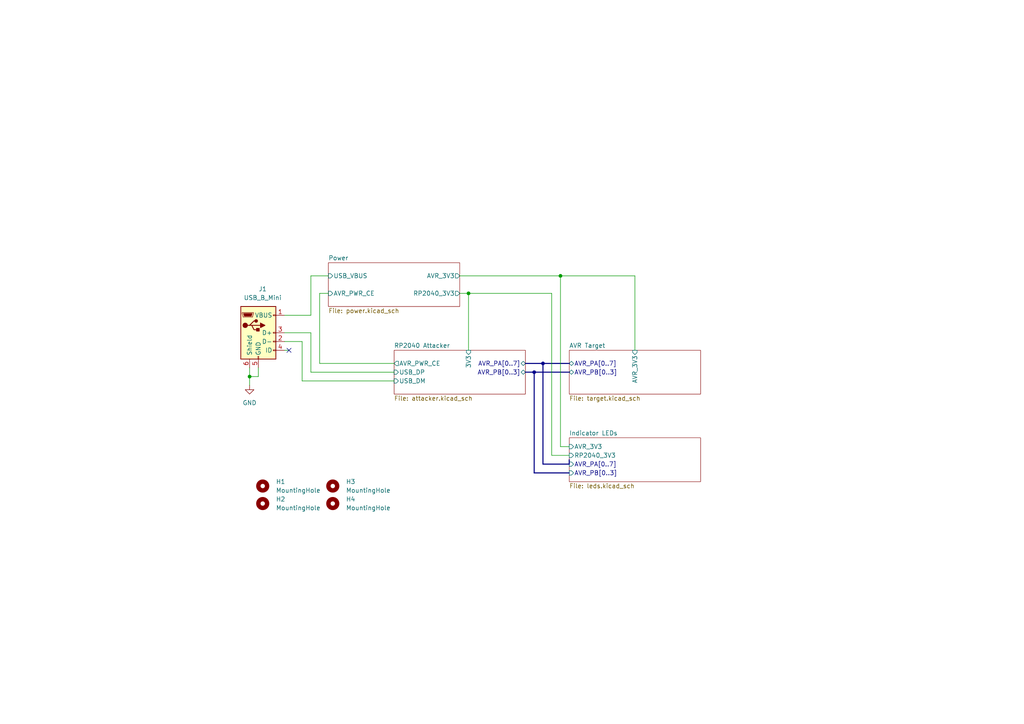
<source format=kicad_sch>
(kicad_sch (version 20210621) (generator eeschema)
  (paper "A4")
  (title_block (title "SUCSS Hardware Hacker"))
  (lib_symbols
    (symbol "Connector:USB_B_Mini" (pin_names (offset 1.016))
      (property "Reference" "J" (at -5.08 11.43 0))
      (property "Value" "USB_B_Mini" (at -5.08 8.89 0))
      (symbol "USB_B_Mini_0_1"
        (circle (center -3.81 2.159) (radius 0.635) (stroke (width 0.254)) (fill (type outline)))
        (circle (center -0.635 3.429) (radius 0.381) (stroke (width 0.254)) (fill (type outline)))
        (rectangle (start -0.127 -7.62) (end 0.127 -6.858))
        (rectangle (start 5.08 -5.207) (end 4.318 -4.953))
        (rectangle (start 5.08 -2.667) (end 4.318 -2.413))
        (rectangle (start 5.08 -0.127) (end 4.318 0.127))
        (rectangle (start 5.08 4.953) (end 4.318 5.207))
        (rectangle (start 0.254 1.27) (end -0.508 0.508) (stroke (width 0.254)) (fill (type outline)))
        (rectangle (start -5.08 -7.62) (end 5.08 7.62) (stroke (width 0.254)) (fill (type background)))
        (polyline (pts (xy -1.905 2.159) (xy 0.635 2.159)) (stroke (width 0.254)))
        (polyline (pts (xy -3.175 2.159) (xy -2.54 2.159) (xy -1.27 3.429) (xy -0.635 3.429)) (stroke (width 0.254)))
        (polyline (pts (xy -2.54 2.159) (xy -1.905 2.159) (xy -1.27 0.889) (xy 0 0.889)) (stroke (width 0.254)))
        (polyline (pts (xy -4.699 5.842) (xy -4.699 5.588) (xy -4.445 4.826) (xy -4.445 4.572) (xy -1.651 4.572) (xy -1.651 4.826) (xy -1.397 5.588) (xy -1.397 5.842) (xy -4.699 5.842)))
        (polyline (pts (xy 0.635 2.794) (xy 0.635 1.524) (xy 1.905 2.159) (xy 0.635 2.794)) (stroke (width 0.254)) (fill (type outline)))
        (polyline (pts (xy -4.318 5.588) (xy -1.778 5.588) (xy -2.032 4.826) (xy -4.064 4.826) (xy -4.318 5.588)) (fill (type outline)))
      )
      (symbol "USB_B_Mini_1_1"
        (pin power_out line (at 7.62 5.08 180) (length 2.54) (name "VBUS") (number "1"))
        (pin bidirectional line (at 7.62 -2.54 180) (length 2.54) (name "D-") (number "2"))
        (pin bidirectional line (at 7.62 0 180) (length 2.54) (name "D+") (number "3"))
        (pin passive line (at 7.62 -5.08 180) (length 2.54) (name "ID") (number "4"))
        (pin power_out line (at 0 -10.16 90) (length 2.54) (name "GND") (number "5"))
        (pin passive line (at -2.54 -10.16 90) (length 2.54) (name "Shield") (number "6"))
      )
    )
    (symbol "Mechanical:MountingHole" (pin_names (offset 1.016))
      (property "Reference" "H" (at 0 5.08 0))
      (property "Value" "MountingHole" (at 0 3.175 0))
      (symbol "MountingHole_0_1"
        (circle (center 0 0) (radius 1.27) (stroke (width 1.27)))
      )
    )
    (symbol "power:GND" (power) (pin_names (offset 0))
      (property "Value" "GND" (at 0 -3.81 0))
      (symbol "GND_0_1"
        (polyline (pts (xy 0 0) (xy 0 -1.27) (xy 1.27 -1.27) (xy 0 -2.54) (xy -1.27 -1.27) (xy 0 -1.27)))
      )
      (symbol "GND_1_1"
        (pin power_in line (at 0 0 270) (length 0) hide (name "GND") (number "1"))
      )
    )
  )
  (junction (at 72.39 109.22) (diameter 0.9144))
  (junction (at 135.89 85.09) (diameter 0.9144))
  (junction (at 162.56 80.01) (diameter 0.9144))
  (junction (at 154.94 107.95) (diameter 0.9144))
  (junction (at 157.48 105.41) (diameter 0.9144))
  (no_connect (at 83.82 101.6))
  (wire (pts (xy 72.39 106.68) (xy 72.39 109.22)))
  (wire (pts (xy 72.39 109.22) (xy 72.39 111.76)))
  (wire (pts (xy 72.39 109.22) (xy 74.93 109.22)))
  (wire (pts (xy 74.93 109.22) (xy 74.93 106.68)))
  (wire (pts (xy 82.55 91.44) (xy 90.17 91.44)))
  (wire (pts (xy 82.55 96.52) (xy 90.17 96.52)))
  (wire (pts (xy 82.55 99.06) (xy 87.63 99.06)))
  (wire (pts (xy 82.55 101.6) (xy 83.82 101.6)))
  (wire (pts (xy 87.63 99.06) (xy 87.63 110.49)))
  (wire (pts (xy 87.63 110.49) (xy 114.3 110.49)))
  (wire (pts (xy 90.17 80.01) (xy 95.25 80.01)))
  (wire (pts (xy 90.17 91.44) (xy 90.17 80.01)))
  (wire (pts (xy 90.17 96.52) (xy 90.17 107.95)))
  (wire (pts (xy 90.17 107.95) (xy 114.3 107.95)))
  (wire (pts (xy 92.71 85.09) (xy 92.71 105.41)))
  (wire (pts (xy 92.71 85.09) (xy 95.25 85.09)))
  (wire (pts (xy 114.3 105.41) (xy 92.71 105.41)))
  (wire (pts (xy 133.35 80.01) (xy 162.56 80.01)))
  (wire (pts (xy 133.35 85.09) (xy 135.89 85.09)))
  (wire (pts (xy 135.89 85.09) (xy 135.89 101.6)))
  (wire (pts (xy 135.89 85.09) (xy 160.02 85.09)))
  (wire (pts (xy 160.02 132.08) (xy 160.02 85.09)))
  (wire (pts (xy 162.56 80.01) (xy 162.56 129.54)))
  (wire (pts (xy 162.56 80.01) (xy 184.15 80.01)))
  (wire (pts (xy 162.56 129.54) (xy 165.1 129.54)))
  (wire (pts (xy 165.1 132.08) (xy 160.02 132.08)))
  (wire (pts (xy 184.15 80.01) (xy 184.15 101.6)))
  (bus (pts (xy 152.4 105.41) (xy 157.48 105.41)))
  (bus (pts (xy 152.4 107.95) (xy 154.94 107.95)))
  (bus (pts (xy 154.94 107.95) (xy 165.1 107.95)))
  (bus (pts (xy 154.94 137.16) (xy 154.94 107.95)))
  (bus (pts (xy 157.48 105.41) (xy 165.1 105.41)))
  (bus (pts (xy 157.48 134.62) (xy 157.48 105.41)))
  (bus (pts (xy 165.1 134.62) (xy 157.48 134.62)))
  (bus (pts (xy 165.1 134.62) (xy 165.1 133.35)))
  (bus (pts (xy 165.1 137.16) (xy 154.94 137.16)))
  (symbol (lib_id "power:GND") (at 72.39 111.76 0) (unit 1)
    (property "Reference" "#PWR01" (effects hide))
    (property "Value" "GND" (at 72.39 116.84 0))
  )
  (symbol (lib_id "Mechanical:MountingHole") (at 76.2 140.97 0) (unit 1)
    (property "Reference" "H1" (at 80.01 139.6999 0) (effects (justify left)))
    (property "Value" "MountingHole" (at 80.01 142.2399 0) (effects (justify left)))
    (property "Footprint" "MountingHole:MountingHole_3.2mm_M3" (effects hide))
    (property "JLCPCB BOM" "0" (effects hide))
  )
  (symbol (lib_id "Mechanical:MountingHole") (at 76.2 146.05 0) (unit 1)
    (property "Reference" "H2" (at 80.01 144.7799 0) (effects (justify left)))
    (property "Value" "MountingHole" (at 80.01 147.3199 0) (effects (justify left)))
    (property "Footprint" "MountingHole:MountingHole_3.2mm_M3" (effects hide))
    (property "JLCPCB BOM" "0" (effects hide))
  )
  (symbol (lib_id "Mechanical:MountingHole") (at 96.52 140.97 0) (unit 1)
    (property "Reference" "H3" (at 100.33 139.6999 0) (effects (justify left)))
    (property "Value" "MountingHole" (at 100.33 142.2399 0) (effects (justify left)))
    (property "Footprint" "MountingHole:MountingHole_3.2mm_M3" (effects hide))
    (property "JLCPCB BOM" "0" (effects hide))
  )
  (symbol (lib_id "Mechanical:MountingHole") (at 96.52 146.05 0) (unit 1)
    (property "Reference" "H4" (at 100.33 144.7799 0) (effects (justify left)))
    (property "Value" "MountingHole" (at 100.33 147.3199 0) (effects (justify left)))
    (property "Footprint" "MountingHole:MountingHole_3.2mm_M3" (effects hide))
    (property "JLCPCB BOM" "0" (effects hide))
  )
  (symbol (lib_id "Connector:USB_B_Mini") (at 74.93 96.52 0) (unit 1)
    (property "Reference" "J1" (at 76.2 83.82 0))
    (property "Value" "USB_B_Mini" (at 76.2 86.36 0))
    (property "Footprint" "Connector_USB:USB_Mini-B_Lumberg_2486_01_Horizontal" (effects hide))
    (property "LCSC Part" "C91144" (effects hide))
  )
  (sheet (at 165.1 101.6) (size 38.1 12.7) (stroke (width 0.0006))
    (property "Sheet name" "AVR Target" (at 165.1 100.9643 0) (effects (justify left bottom)))
    (property "Sheet file" "target.kicad_sch" (at 165.1 114.8087 0) (effects (justify left top)))
    (pin "AVR_PA[0..7]" tri_state (at 165.1 105.41 180))
    (pin "AVR_PB[0..3]" tri_state (at 165.1 107.95 180))
    (pin "AVR_3V3" input (at 184.15 101.6 90))
  )
  (sheet (at 165.1 127) (size 38.1 12.7) (stroke (width 0.0006))
    (property "Sheet name" "Indicator LEDs" (at 165.1 126.3643 0) (effects (justify left bottom)))
    (property "Sheet file" "leds.kicad_sch" (at 165.1 140.2087 0) (effects (justify left top)))
    (pin "AVR_PB[0..3]" input (at 165.1 137.16 180))
    (pin "AVR_PA[0..7]" input (at 165.1 134.62 180))
    (pin "RP2040_3V3" input (at 165.1 132.08 180))
    (pin "AVR_3V3" input (at 165.1 129.54 180))
  )
  (sheet (at 95.25 76.2) (size 38.1 12.7) (stroke (width 0.0006))
    (property "Sheet name" "Power" (at 95.25 75.5643 0) (effects (justify left bottom)))
    (property "Sheet file" "power.kicad_sch" (at 95.25 89.4087 0) (effects (justify left top)))
    (pin "USB_VBUS" input (at 95.25 80.01 180))
    (pin "AVR_PWR_CE" input (at 95.25 85.09 180))
    (pin "RP2040_3V3" output (at 133.35 85.09 0))
    (pin "AVR_3V3" output (at 133.35 80.01 0))
  )
  (sheet (at 114.3 101.6) (size 38.1 12.7) (stroke (width 0.0006))
    (property "Sheet name" "RP2040 Attacker" (at 114.3 100.9643 0) (effects (justify left bottom)))
    (property "Sheet file" "attacker.kicad_sch" (at 114.3 114.8087 0) (effects (justify left top)))
    (pin "USB_DM" input (at 114.3 110.49 180))
    (pin "USB_DP" input (at 114.3 107.95 180))
    (pin "3V3" input (at 135.89 101.6 90))
    (pin "AVR_PWR_CE" output (at 114.3 105.41 180))
    (pin "AVR_PB[0..3]" tri_state (at 152.4 107.95 0))
    (pin "AVR_PA[0..7]" tri_state (at 152.4 105.41 0))
  )
)
</source>
